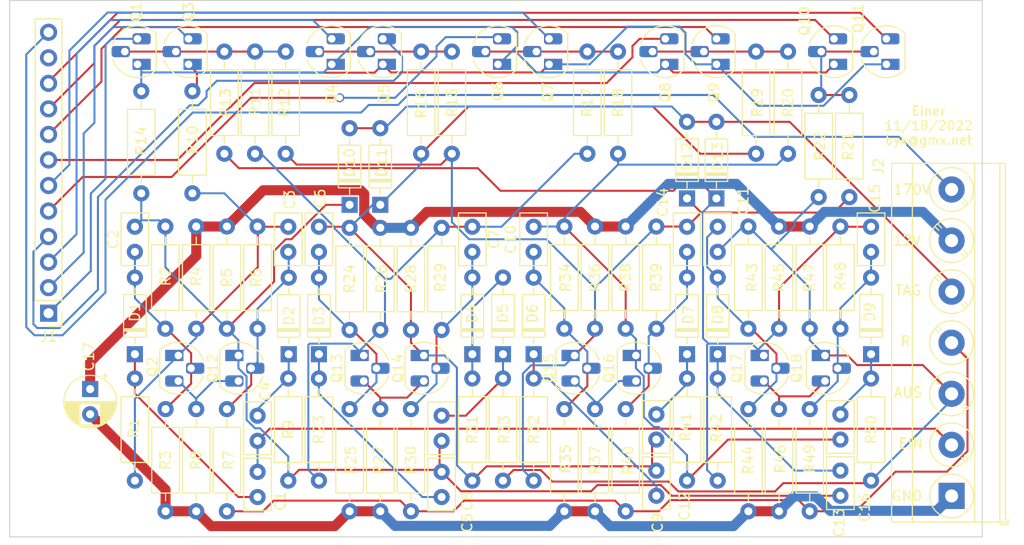
<source format=kicad_pcb>
(kicad_pcb (version 20211014) (generator pcbnew)
  (title_block (title "Charlie Nixie") (date "2019-05-27") (rev "1.1") (company "None") (comment 1 "Author: byk@gmx.net"))
  (layers (0 "F.Cu" signal) (31 "B.Cu" signal) (34 "B.Paste" user) (35 "F.Paste" user) (36 "B.SilkS" user "B.Silkscreen") (37 "F.SilkS" user "F.Silkscreen") (38 "B.Mask" user) (39 "F.Mask" user) (44 "Edge.Cuts" user))
  (net 0 "")
  (net 1 "Net-(C1-Pad1)")
  (net 2 "/dig0")
  (net 3 "HT")
  (net 4 "/dig1")
  (net 5 "/dig2")
  (net 6 "/dig3")
  (net 7 "/dig4")
  (net 8 "/dig5")
  (net 9 "/dig6")
  (net 10 "/dig7")
  (net 11 "/dig8")
  (net 12 "/dig9")
  (net 13 "/dp")
  (net 14 "/Eingang")
  (net 15 "Net-(C13-Pad2)")
  (net 16 "Net-(C2-Pad2)")
  (net 17 "Net-(C3-Pad1)")
  (net 18 "Net-(C3-Pad2)")
  (net 19 "Net-(Q1-Pad2)")
  (net 20 "Net-(Q11-Pad1)")
  (net 21 "Net-(Q4-Pad2)")
  (net 22 "Net-(Q6-Pad2)")
  (net 23 "Net-(Q8-Pad2)")
  (net 24 "Net-(C4-Pad1)")
  (net 25 "GND")
  (net 26 "+12V")
  (net 27 "/R")
  (net 28 "Net-(C5-Pad1)")
  (net 29 "Net-(C6-Pad2)")
  (net 30 "Net-(C7-Pad1)")
  (net 31 "Net-(C7-Pad2)")
  (net 32 "Net-(C8-Pad1)")
  (net 33 "Net-(D4-Pad1)")
  (net 34 "Net-(Q13-Pad3)")
  (net 35 "Net-(C9-Pad1)")
  (net 36 "Net-(C10-Pad2)")
  (net 37 "Net-(C11-Pad2)")
  (net 38 "Net-(C12-Pad1)")
  (net 39 "Net-(Q15-Pad3)")
  (net 40 "Net-(C13-Pad1)")
  (net 41 "/Ausgang")
  (net 42 "Net-(C14-Pad2)")
  (net 43 "Net-(C15-Pad2)")
  (net 44 "Net-(C16-Pad1)")
  (net 45 "Net-(Q17-Pad3)")
  (net 46 "Net-(C12-Pad2)")
  (net 47 "Net-(C10-Pad1)")
  (net 48 "Net-(C11-Pad1)")
  (net 49 "Net-(C15-Pad1)")
  (net 50 "Net-(Q1-Pad1)")
  (net 51 "Net-(Q12-Pad3)")
  (net 52 "Net-(Q10-Pad2)")
  (net 53 "/Tag")
  (footprint "Diode_THT:D_DO-35_SOD27_P7.62mm_Horizontal" (layer "F.Cu") (at 226.594 98.906 90)
    (fp_text reference "D12")
    (fp_text value "1N4148")
  )
  (footprint "Diode_THT:D_DO-35_SOD27_P7.62mm_Horizontal" (layer "F.Cu") (at 226.594 114.4 90)
    (fp_text reference "D7")
    (fp_text value "1N4148")
  )
  (footprint "Resistor_THT:R_Axial_DIN0207_L6.3mm_D2.5mm_P10.16mm_Horizontal" (layer "F.Cu") (at 238.786 101.7 -90)
    (fp_text reference "R47")
    (fp_text value "680")
  )
  (footprint "TerminalBlock_Phoenix:TerminalBlock_Phoenix_MKDS-3-7-5.08_1x07_P5.08mm_Horizontal" (layer "F.Cu") (at 252.883 128.497 90)
    (fp_text reference "J2")
    (fp_text value "Conn_01x07")
  )
  (footprint "Package_TO_SOT_THT:TO-92_HandSolder" (layer "F.Cu") (at 234.214 114.527 -90)
    (fp_text reference "Q17")
    (fp_text value "BC547")
  )
  (footprint "Resistor_THT:R_Axial_DIN0207_L6.3mm_D2.5mm_P10.16mm_Horizontal" (layer "F.Cu") (at 174.778 119.861 -90)
    (fp_text reference "R3")
    (fp_text value "4k7")
  )
  (footprint "Package_TO_SOT_THT:TO-92_HandSolder" (layer "F.Cu") (at 182.017 114.527 -90)
    (fp_text reference "Q12")
    (fp_text value "BC547")
  )
  (footprint "Resistor_THT:R_Axial_DIN0207_L6.3mm_D2.5mm_P10.16mm_Horizontal" (layer "F.Cu") (at 180.874 101.7 -90)
    (fp_text reference "R5")
    (fp_text value "680")
  )
  (footprint "Capacitor_THT:C_Disc_D5.0mm_W2.5mm_P2.50mm" (layer "F.Cu") (at 202.21 120.516 -90)
    (fp_text reference "C8")
    (fp_text value "1n")
  )
  (footprint "Capacitor_THT:C_Disc_D5.0mm_W2.5mm_P2.50mm" (layer "F.Cu") (at 241.834 120.389 -90)
    (fp_text reference "C16")
    (fp_text value "1n")
  )
  (footprint "Package_TO_SOT_THT:TO-92_HandSolder" (layer "F.Cu") (at 229.527 85.571 90)
    (fp_text reference "Q9")
    (fp_text value "MPSA42")
  )
  (footprint "Diode_THT:D_DO-35_SOD27_P7.62mm_Horizontal" (layer "F.Cu") (at 211.354 114.4 90)
    (fp_text reference "D6")
    (fp_text value "1N4148")
  )
  (footprint "Resistor_THT:R_Axial_DIN0207_L6.3mm_D2.5mm_P10.16mm_Horizontal" (layer "F.Cu") (at 217.45 119.861 -90)
    (fp_text reference "R37")
    (fp_text value "180")
  )
  (footprint "Diode_THT:D_DO-35_SOD27_P7.62mm_Horizontal" (layer "F.Cu") (at 205.258 114.4 90)
    (fp_text reference "D4")
    (fp_text value "1N4148")
  )
  (footprint "Resistor_THT:R_Axial_DIN0207_L6.3mm_D2.5mm_P10.16mm_Horizontal" (layer "F.Cu") (at 177.826 119.861 -90)
    (fp_text reference "R8")
    (fp_text value "180")
  )
  (footprint "Package_TO_SOT_THT:TO-92_HandSolder" (layer "F.Cu") (at 246.406 85.571 90)
    (fp_text reference "Q11")
    (fp_text value "MPSA42")
  )
  (footprint "Package_TO_SOT_THT:TO-92_HandSolder" (layer "F.Cu") (at 224.435 85.571 90)
    (fp_text reference "Q8")
    (fp_text value "MPSA42")
  )
  (footprint "Resistor_THT:R_Axial_DIN0207_L6.3mm_D2.5mm_P10.16mm_Horizontal" (layer "F.Cu") (at 177.445 88.238 -90)
    (fp_text reference "R10")
    (fp_text value "3k9")
  )
  (footprint "Resistor_THT:R_Axial_DIN0207_L6.3mm_D2.5mm_P10.16mm_Horizontal" (layer "F.Cu") (at 239.675 88.619 -90)
    (fp_text reference "R22")
    (fp_text value "33k")
  )
  (footprint "Resistor_THT:R_Axial_DIN0207_L6.3mm_D2.5mm_P10.16mm_Horizontal" (layer "F.Cu") (at 241.834 101.7 -90)
    (fp_text reference "R48")
    (fp_text value "4k7")
  )
  (footprint "Diode_THT:D_DO-35_SOD27_P7.62mm_Horizontal" (layer "F.Cu") (at 190.018 114.4 90)
    (fp_text reference "D3")
    (fp_text value "1N4148")
  )
  (footprint "Resistor_THT:R_Axial_DIN0207_L6.3mm_D2.5mm_P10.16mm_Horizontal" (layer "F.Cu") (at 235.738 119.861 -90)
    (fp_text reference "R46")
    (fp_text value "180")
  )
  (footprint "Resistor_THT:R_Axial_DIN0207_L6.3mm_D2.5mm_P10.16mm_Horizontal" (layer "F.Cu") (at 183.922 101.7 -90)
    (fp_text reference "R6")
    (fp_text value "4k7")
  )
  (footprint "Diode_THT:D_DO-35_SOD27_P7.62mm_Horizontal" (layer "F.Cu") (at 196.114 99.541 90)
    (fp_text reference "D11")
    (fp_text value "1N4148")
  )
  (footprint "Resistor_THT:R_Axial_DIN0207_L6.3mm_D2.5mm_P10.16mm_Horizontal" (layer "F.Cu") (at 202.21 101.827 -90)
    (fp_text reference "R29")
    (fp_text value "4k7")
  )
  (footprint "Package_TO_SOT_THT:TO-92_HandSolder" (layer "F.Cu") (at 241.199 85.571 90)
    (fp_text reference "Q10")
    (fp_text value "MPSA42")
  )
  (footprint "Capacitor_THT:C_Disc_D5.0mm_W2.5mm_P2.50mm" (layer "F.Cu") (at 183.922 120.516 -90)
    (fp_text reference "C4")
    (fp_text value "1n")
  )
  (footprint "Diode_THT:D_DO-35_SOD27_P7.62mm_Horizontal" (layer "F.Cu") (at 187.015 114.4 90)
    (fp_text reference "D2")
    (fp_text value "1N4148")
  )
  (footprint "Diode_THT:D_DO-35_SOD27_P7.62mm_Horizontal" (layer "F.Cu") (at 193.066 99.541 90)
    (fp_text reference "D10")
    (fp_text value "1N4148")
  )
  (footprint "Capacitor_THT:C_Disc_D5.0mm_W2.5mm_P2.50mm" (layer "F.Cu") (at 226.594 101.72 -90)
    (fp_text reference "C11")
    (fp_text value "220p")
  )
  (footprint "Diode_THT:D_DO-35_SOD27_P7.62mm_Horizontal" (layer "F.Cu") (at 229.642 114.4 90)
    (fp_text reference "D8")
    (fp_text value "1N4148")
  )
  (footprint "Diode_THT:D_DO-35_SOD27_P7.62mm_Horizontal" (layer "F.Cu") (at 171.73 114.4 90)
    (fp_text reference "D1")
    (fp_text value "1N4148")
  )
  (footprint "Capacitor_THT:C_Disc_D5.0mm_W2.5mm_P2.50mm" (layer "F.Cu") (at 241.834 125.977 -90)
    (fp_text reference "C13")
    (fp_text value "1n")
  )
  (footprint "Capacitor_THT:C_Disc_D5.0mm_W2.5mm_P2.50mm" (layer "F.Cu") (at 186.97 101.72 -90)
    (fp_text reference "C3")
    (fp_text value "220p")
  )
  (footprint "Package_TO_SOT_THT:TO-92_HandSolder" (layer "F.Cu") (at 196.368 85.571 90)
    (fp_text reference "Q5")
    (fp_text value "MPSA42")
  )
  (footprint "Resistor_THT:R_Axial_DIN0207_L6.3mm_D2.5mm_P10.16mm_Horizontal" (layer "F.Cu") (at 214.402 119.861 -90)
    (fp_text reference "R35")
    (fp_text value "4k7")
  )
  (footprint "Resistor_THT:R_Axial_DIN0207_L6.3mm_D2.5mm_P10.16mm_Horizontal" (layer "F.Cu") (at 211.354 126.973 90)
    (fp_text reference "R33")
    (fp_text value "4k7")
  )
  (footprint "Resistor_THT:R_Axial_DIN0207_L6.3mm_D2.5mm_P10.16mm_Horizontal" (layer "F.Cu") (at 186.716 84.301 -90)
    (fp_text reference "R12")
    (fp_text value "47k")
  )
  (footprint "Capacitor_THT:C_Disc_D5.0mm_W2.5mm_P2.50mm" (layer "F.Cu") (at 205.258 101.72 -90)
    (fp_text reference "C7")
    (fp_text value "220p")
  )
  (footprint "Resistor_THT:R_Axial_DIN0207_L6.3mm_D2.5mm_P10.16mm_Horizontal" (layer "F.Cu") (at 190.018 126.973 90)
    (fp_text reference "R23")
    (fp_text value "4k7")
  )
  (footprint "Capacitor_THT:C_Disc_D5.0mm_W2.5mm_P2.50mm" (layer "F.Cu") (at 244.882 101.72 -90)
    (fp_text reference "C15")
    (fp_text value "220p")
  )
  (footprint "Resistor_THT:R_Axial_DIN0207_L6.3mm_D2.5mm_P10.16mm_Horizontal" (layer "F.Cu") (at 180.62 84.301 -90)
    (fp_text reference "R13")
    (fp_text value "47k")
  )
  (footprint "Resistor_THT:R_Axial_DIN0207_L6.3mm_D2.5mm_P10.16mm_Horizontal" (layer "F.Cu") (at 235.738 101.7 -90)
    (fp_text reference "R45")
    (fp_text value "680")
  )
  (footprint "Diode_THT:D_DO-35_SOD27_P7.62mm_Horizontal" (layer "F.Cu") (at 208.306 114.4 90)
    (fp_text reference "D5")
    (fp_text value "1N4148")
  )
  (footprint "Resistor_THT:R_Axial_DIN0207_L6.3mm_D2.5mm_P10.16mm_Horizontal" (layer "F.Cu") (at 205.258 126.973 90)
    (fp_text reference "R31")
    (fp_text value "4k7")
  )
  (footprint "Resistor_THT:R_Axial_DIN0207_L6.3mm_D2.5mm_P10.16mm_Horizontal" (layer "F.Cu") (at 220.498 119.861 -90)
    (fp_text reference "R40")
    (fp_text value "4k7")
  )
  (footprint "Resistor_THT:R_Axial_DIN0207_L6.3mm_D2.5mm_P10.16mm_Horizontal" (layer "F.Cu") (at 193.066 101.827 -90)
    (fp_text reference "R24")
    (fp_text value "4k7")
  )
  (footprint "Resistor_THT:R_Axial_DIN0207_L6.3mm_D2.5mm_P10.16mm_Horizontal" (layer "F.Cu") (at 226.594 126.973 90)
    (fp_text reference "R41")
    (fp_text value "4k7")
  )
  (footprint "Capacitor_THT:C_Disc_D5.0mm_W2.5mm_P2.50mm" (layer "F.Cu") (at 202.21 128.604 90)
    (fp_text reference "C5")
    (fp_text value "1n")
  )
  (footprint "Resistor_THT:R_Axial_DIN0207_L6.3mm_D2.5mm_P10.16mm_Horizontal" (layer "F.Cu") (at 203.226 84.301 -90)
    (fp_text reference "R15")
    (fp_text value "33k")
  )
  (footprint "Resistor_THT:R_Axial_DIN0207_L6.3mm_D2.5mm_P10.16mm_Horizontal" (layer "F.Cu") (at 232.69 101.7 -90)
    (fp_text reference "R43")
    (fp_text value "4k7")
  )
  (footprint "Resistor_THT:R_Axial_DIN0207_L6.3mm_D2.5mm_P10.16mm_Horizontal" (layer "F.Cu") (at 220.498 101.7 -90)
    (fp_text reference "R38")
    (fp_text value "680")
  )
  (footprint "Capacitor_THT:C_Disc_D5.0mm_W2.5mm_P2.50mm" (layer "F.Cu") (at 223.546 120.389 -90)
    (fp_text reference "C12")
    (fp_text value "1n")
  )
  (footprint "Resistor_THT:R_Axial_DIN0207_L6.3mm_D2.5mm_P10.16mm_Horizontal" (layer "F.Cu") (at 174.757 101.7 -90)
    (fp_text reference "R2")
    (fp_text value "4k7")
  )
  (footprint "Capacitor_THT:C_Disc_D5.0mm_W2.5mm_P2.50mm" (layer "F.Cu") (at 229.642 104.22 90)
    (fp_text reference "C14")
    (fp_text value "220p")
  )
  (footprint "Package_TO_SOT_THT:TO-92_HandSolder" (layer "F.Cu") (at 200.432 114.527 -90)
    (fp_text reference "Q14")
    (fp_text value "BC547")
  )
  (footprint "Package_TO_SOT_THT:TO-92_HandSolder" (layer "F.Cu") (at 215.418 114.527 -90)
    (fp_text reference "Q15")
    (fp_text value "BC547")
  )
  (footprint "Capacitor_THT:C_Disc_D5.0mm_W2.5mm_P2.50mm" (layer "F.Cu") (at 171.73 101.72 -90)
    (fp_text reference "C2")
    (fp_text value "220p")
  )
  (footprint "Capacitor_THT:C_Disc_D5.0mm_W2.5mm_P2.50mm" (layer "F.Cu") (at 183.922 128.604 90)
    (fp_text reference "C1")
    (fp_text value "1n")
  )
  (footprint "Package_TO_SOT_THT:TO-92_HandSolder" (layer "F.Cu") (at 191.288 85.571 90)
    (fp_text reference "Q4")
    (fp_text value "MPSA42")
  )
  (footprint "Package_TO_SOT_THT:TO-92_HandSolder" (layer "F.Cu") (at 176.048 114.527 -90)
    (fp_text reference "Q2")
    (fp_text value "BC547")
  )
  (footprint "Resistor_THT:R_Axial_DIN0207_L6.3mm_D2.5mm_P10.16mm_Horizontal" (layer "F.Cu") (at 199.162 119.861 -90)
    (fp_text reference "R30")
    (fp_text value "4k7")
  )
  (footprint "Resistor_THT:R_Axial_DIN0207_L6.3mm_D2.5mm_P10.16mm_Horizontal" (layer "F.Cu") (at 236.627 84.301 -90)
    (fp_text reference "R20")
    (fp_text value "33k")
  )
  (footprint "Resistor_THT:R_Axial_DIN0207_L6.3mm_D2.5mm_P10.16mm_Horizontal" (layer "F.Cu") (at 244.882 126.973 90)
    (fp_text reference "R50")
    (fp_text value "4k7")
  )
  (footprint "MountingHole:MountingHole_3.2mm_M3" (layer "F.Cu") (at 163.475 128.37)
    (fp_text reference "H1" hide)
    (fp_text value "MountingHole")
  )
  (footprint "Resistor_THT:R_Axial_DIN0207_L6.3mm_D2.5mm_P10.16mm_Horizontal" (layer "F.Cu") (at 172.365 88.238 -90)
    (fp_text reference "R14")
    (fp_text value "3k9")
  )
  (footprint "Package_TO_SOT_THT:TO-92_HandSolder" (layer "F.Cu") (at 221.514 114.527 -90)
    (fp_text reference "Q16")
    (fp_text value "BC547")
  )
  (footprint "Package_TO_SOT_THT:TO-92_HandSolder" (layer "F.Cu") (at 194.463 114.527 -90)
    (fp_text reference "Q13")
    (fp_text value "BC547")
  )
  (footprint "Resistor_THT:R_Axial_DIN0207_L6.3mm_D2.5mm_P10.16mm_Horizontal" (layer "F.Cu") (at 186.97 126.973 90)
    (fp_text reference "R9")
    (fp_text value "4k7")
  )
  (footprint "Resistor_THT:R_Axial_DIN0207_L6.3mm_D2.5mm_P10.16mm_Horizontal" (layer "F.Cu") (at 180.874 119.861 -90)
    (fp_text reference "R7")
    (fp_text value "4k7")
  )
  (footprint "Resistor_THT:R_Axial_DIN0207_L6.3mm_D2.5mm_P10.16mm_Horizontal" (layer "F.Cu") (at 196.114 119.861 -90)
    (fp_text reference "R27")
    (fp_text value "180")
  )
  (footprint "Capacitor_THT:C_Disc_D5.0mm_W2.5mm_P2.50mm" (layer "F.Cu") (at 190.018 101.72 -90)
    (fp_text reference "C6")
    (fp_text value "220p")
  )
  (footprint "Capacitor_THT:C_Disc_D5.0mm_W2.5mm_P2.50mm" (layer "F.Cu") (at 223.546 128.477 90)
    (fp_text reference "C9")
    (fp_text value "1n")
  )
  (footprint "Resistor_THT:R_Axial_DIN0207_L6.3mm_D2.5mm_P10.16mm_Horizontal" (layer "F.Cu") (at 208.306 116.813 -90)
    (fp_text reference "R32")
    (fp_text value "4k7")
  )
  (footprint "Resistor_THT:R_Axial_DIN0207_L6.3mm_D2.5mm_P10.16mm_Horizontal" (layer "F.Cu") (at 171.73 126.973 90)
    (fp_text reference "R1")
    (fp_text value "4k7")
  )
  (footprint "Resistor_THT:R_Axial_DIN0207_L6.3mm_D2.5mm_P10.16mm_Horizontal" (layer "F.Cu") (at 193.066 119.861 -90)
    (fp_text reference "R25")
    (fp_text value "4k7")
  )
  (footprint "Package_TO_SOT_THT:TO-92_HandSolder" (layer "F.Cu") (at 207.81 85.571 90)
    (fp_text reference "Q6")
    (fp_text value "MPSA42")
  )
  (footprint "Resistor_THT:R_Axial_DIN0207_L6.3mm_D2.5mm_P10.16mm_Horizontal" (layer "F.Cu") (at 199.162 101.827 -90)
    (fp_text reference "R28")
    (fp_text value "680")
  )
  (footprint "Resistor_THT:R_Axial_DIN0207_L6.3mm_D2.5mm_P10.16mm_Horizontal" (layer "F.Cu") (at 232.69 119.861 -90)
    (fp_text reference "R44")
    (fp_text value "4k7")
  )
  (footprint "Resistor_THT:R_Axial_DIN0207_L6.3mm_D2.5mm_P10.16mm_Horizontal" (layer "F.Cu") (at 217.45 101.7 -90)
    (fp_text reference "R36")
    (fp_text value "680")
  )
  (footprint "Resistor_THT:R_Axial_DIN0207_L6.3mm_D2.5mm_P10.16mm_Horizontal" (layer "F.Cu") (at 183.668 84.301 -90)
    (fp_text reference "R11")
    (fp_text value "47k")
  )
  (footprint "Resistor_THT:R_Axial_DIN0207_L6.3mm_D2.5mm_P10.16mm_Horizontal" (layer "F.Cu") (at 196.114 101.827 -90)
    (fp_text reference "R26")
    (fp_text value "680")
  )
  (footprint "Resistor_THT:R_Axial_DIN0207_L6.3mm_D2.5mm_P10.16mm_Horizontal" (layer "F.Cu") (at 242.723 88.619 -90)
    (fp_text reference "R21")
    (fp_text value "33k")
  )
  (footprint "Capacitor_THT:CP_Radial_D5.0mm_P2.50mm" (layer "F.Cu") (at 167.285 117.869 -90)
    (fp_text reference "C17")
    (fp_text value "10u")
  )
  (footprint "Resistor_THT:R_Axial_DIN0207_L6.3mm_D2.5mm_P10.16mm_Horizontal" (layer "F.Cu") (at 200.178 84.301 -90)
    (fp_text reference "R16")
    (fp_text value "33k")
  )
  (footprint "Resistor_THT:R_Axial_DIN0207_L6.3mm_D2.5mm_P10.16mm_Horizontal" (layer "F.Cu") (at 223.546 101.7 -90)
    (fp_text reference "R39")
    (fp_text value "4k7")
  )
  (footprint "Resistor_THT:R_Axial_DIN0207_L6.3mm_D2.5mm_P10.16mm_Horizontal" (layer "F.Cu") (at 214.402 101.7 -90)
    (fp_text reference "R34")
    (fp_text value "4k7")
  )
  (footprint "Resistor_THT:R_Axial_DIN0207_L6.3mm_D2.5mm_P10.16mm_Horizontal" (layer "F.Cu") (at 238.786 119.861 -90)
    (fp_text reference "R49")
    (fp_text value "4k7")
  )
  (footprint "Package_TO_SOT_THT:TO-92_HandSolder" (layer "F.Cu") (at 171.996 85.571 90)
    (fp_text reference "Q1")
    (fp_text value "MPSA42")
  )
  (footprint "Package_TO_SOT_THT:TO-92_HandSolder" (layer "F.Cu") (at 240.298 114.527 -90)
    (fp_text reference "Q18")
    (fp_text value "BC547")
  )
  (footprint "Diode_THT:D_DO-35_SOD27_P7.62mm_Horizontal" (layer "F.Cu") (at 229.515 98.906 90)
    (fp_text reference "D13")
    (fp_text value "1N4148")
  )
  (footprint "Package_TO_SOT_THT:TO-92_HandSolder" (layer "F.Cu") (at 177.064 85.571 90)
    (fp_text reference "Q3")
    (fp_text value "MPSA42")
  )
  (footprint "Resistor_THT:R_Axial_DIN0207_L6.3mm_D2.5mm_P10.16mm_Horizontal" (layer "F.Cu") (at 177.826 101.7 -90)
    (fp_text reference "R4")
    (fp_text value "680")
  )
  (footprint "Resistor_THT:R_Axial_DIN0207_L6.3mm_D2.5mm_P10.16mm_Horizontal" (layer "F.Cu") (at 216.688 84.301 -90)
    (fp_text reference "R17")
    (fp_text value "33k")
  )
  (footprint "MountingHole:MountingHole_3.2mm_M3" (layer "F.Cu") (at 252.121 83.031)
    (fp_text reference "H2" hide)
    (fp_text value "MountingHole")
  )
  (footprint "Resistor_THT:R_Axial_DIN0207_L6.3mm_D2.5mm_P10.16mm_Horizontal" (layer "F.Cu") (at 219.736 84.301 -90)
    (fp_text reference "R18")
    (fp_text value "33k")
  )
  (footprint "MountingHole:MountingHole_3.2mm_M3" (layer "F.Cu") (at 209.703 93.953)
    (fp_text reference "H3" hide)
    (fp_text value "MountingHole")
  )
  (footprint "Connector_PinHeader_2.54mm:PinHeader_1x12_P2.54mm_Vertical" (layer "F.Cu") (at 163.151 110.321 180)
    (fp_text reference "J1")
    (fp_text value "Conn_01x12")
  )
  (footprint "Resistor_THT:R_Axial_DIN0207_L6.3mm_D2.5mm_P10.16mm_Horizontal" (layer "F.Cu") (at 233.452 84.301 -90)
    (fp_text reference "R19")
    (fp_text value "33k")
  )
  (footprint "Package_TO_SOT_THT:TO-92_HandSolder" (layer "F.Cu") (at 212.89 85.571 90)
    (fp_text reference "Q7")
    (fp_text value "MPSA42")
  )
  (footprint "Diode_THT:D_DO-35_SOD27_P7.62mm_Horizontal" (layer "F.Cu") (at 244.882 114.4 90)
    (fp_text reference "D9")
    (fp_text value "1N4148")
  )
  (footprint "Capacitor_THT:C_Disc_D5.0mm_W2.5mm_P2.50mm" (layer "F.Cu") (at 211.354 101.72 -90)
    (fp_text reference "C10")
    (fp_text value "220p")
  )
  (footprint "Resistor_THT:R_Axial_DIN0207_L6.3mm_D2.5mm_P10.16mm_Horizontal" (layer "F.Cu") (at 229.642 126.973 90)
    (fp_text reference "R42")
    (fp_text value "4k7")
  )
  (gr_line (start 159.284 132.561) (end 159.284 79.221) (layer "Edge.Cuts") (width 0.1))
  (gr_line (start 159.284 79.221) (end 255.931 79.221) (layer "Edge.Cuts") (width 0.1))
  (gr_line (start 255.931 79.221) (end 255.931 132.561) (layer "Edge.Cuts") (width 0.1))
  (gr_line (start 159.284 132.561) (end 255.931 132.561) (layer "Edge.Cuts") (width 0.1))
  (gr_text "170V" (at 248.946 98.017) (layer "F.SilkS") (effects (font (size 1 1))))
  (gr_text "R" (at 248.311 113.13) (layer "F.SilkS") (effects (font (size 1 1))))
  (gr_text "GND" (at 248.438 128.497) (layer "F.SilkS") (effects (font (size 1 1))))
  (gr_text "AUS" (at 248.565 118.21) (layer "F.SilkS") (effects (font (size 1 1))))
  (gr_text "Einer\n11/18/2022\nbyk@gmx.net" (at 250.597 91.667) (layer "F.SilkS") (effects (font (size 0.9 0.9))))
  (gr_text "EIN" (at 248.819 123.29) (layer "F.SilkS") (effects (font (size 1 1))))
  (gr_text "12V" (at 248.438 103.097) (layer "F.SilkS") (effects (font (size 1 1))))
  (gr_text "TAG" (at 248.565 108.05) (layer "F.SilkS") (effects (font (size 1 1))))
  (segment (start 171.73 116.813) (end 171.73 114.4) (width 0.2) (layer "F.Cu") (net 1))
  (segment (start 182.0082 128.604) (end 171.73 118.3258) (width 0.2) (layer "F.Cu") (net 1))
  (segment (start 171.73 118.3258) (end 171.73 116.813) (width 0.2) (layer "F.Cu") (net 1))
  (segment (start 183.922 128.604) (end 182.0082 128.604) (width 0.2) (layer "F.Cu") (net 1))
  (segment (start 167.3498 106.1222) (end 163.151 110.321) (width 0.2) (layer "B.Cu") (net 2))
  (segment (start 168.8165 96.9498) (end 167.3498 98.4165) (width 0.2) (layer "B.Cu") (net 2))
  (segment (start 169.402 83.031) (end 168.8165 83.6165) (width 0.2) (layer "B.Cu") (net 2))
  (segment (start 167.3498 98.4165) (end 167.3498 106.1222) (width 0.2) (layer "B.Cu") (net 2))
  (segment (start 168.8165 83.6165) (end 168.8165 96.9498) (width 0.2) (layer "B.Cu") (net 2))
  (segment (start 171.996 83.031) (end 169.402 83.031) (width 0.2) (layer "B.Cu") (net 2))
  (segment (start 163.151 82.381) (end 160.9364 84.5956) (width 0.2) (layer "B.Cu") (net 3))
  (segment (start 161.7529 112.5196) (end 164.5365 112.5196) (width 0.2) (layer "B.Cu") (net 3))
  (segment (start 168.809 108.2471) (end 168.809 99.033) (width 0.2) (layer "B.Cu") (net 3))
  (segment (start 229.1779 88.619) (end 233.3367 92.7778) (width 0.2) (layer "B.Cu") (net 3))
  (segment (start 160.9364 84.5956) (end 160.9364 111.7031) (width 0.2) (layer "B.Cu") (net 3))
  (segment (start 194.2138 90.3633) (end 194.9713 89.6058) (width 0.2) (layer "B.Cu") (net 3))
  (segment (start 160.9364 111.7031) (end 161.7529 112.5196) (width 0.2) (layer "B.Cu") (net 3))
  (segment (start 233.3367 92.7778) (end 247.6438 92.7778) (width 0.2) (layer "B.Cu") (net 3))
  (segment (start 194.9713 89.6058) (end 197.880164 89.6058) (width 0.2) (layer "B.Cu") (net 3))
  (segment (start 198.866964 88.619) (end 229.1779 88.619) (width 0.2) (layer "B.Cu") (net 3))
  (segment (start 164.5365 112.5196) (end 168.809 108.2471) (width 0.2) (layer "B.Cu") (net 3))
  (segment (start 247.6438 92.7778) (end 252.883 98.017) (width 0.2) (layer "B.Cu") (net 3))
  (segment (start 177.4787 90.3633) (end 194.2138 90.3633) (width 0.2) (layer "B.Cu") (net 3))
  (segment (start 197.880164 89.6058) (end 198.866964 88.619) (width 0.2) (layer "B.Cu") (net 3))
  (segment (start 168.809 99.033) (end 177.4787 90.3633) (width 0.2) (layer "B.Cu") (net 3))
  (segment (start 166.6415 104.2905) (end 163.151 107.781) (width 0.2) (layer "B.Cu") (net 4))
  (segment (start 167.7121 91.3782) (end 166.6415 92.4488) (width 0.2) (layer "B.Cu") (net 4))
  (segment (start 169.5617 81.8694) (end 167.7121 83.719) (width 0.2) (layer "B.Cu") (net 4))
  (segment (start 175.9024 81.8694) (end 169.5617 81.8694) (width 0.2) (layer "B.Cu") (net 4))
  (segment (start 167.7121 83.719) (end 167.7121 91.3782) (width 0.2) (layer "B.Cu") (net 4))
  (segment (start 177.064 83.031) (end 175.9024 81.8694) (width 0.2) (layer "B.Cu") (net 4))
  (segment (start 166.6415 92.4488) (end 166.6415 104.2905) (width 0.2) (layer "B.Cu") (net 4))
  (segment (start 165.9332 102.4588) (end 165.9332 84.4963) (width 0.2) (layer "B.Cu") (net 5))
  (segment (start 169.2684 81.1611) (end 189.4181 81.1611) (width 0.2) (layer "B.Cu") (net 5))
  (segment (start 189.4181 81.1611) (end 191.288 83.031) (width 0.2) (layer "B.Cu") (net 5))
  (segment (start 165.9332 84.4963) (end 169.2684 81.1611) (width 0.2) (layer "B.Cu") (net 5))
  (segment (start 163.151 105.241) (end 165.9332 102.4588) (width 0.2) (layer "B.Cu") (net 5))
  (segment (start 179.8766 87.2034) (end 178.853 88.227) (width 0.2) (layer "B.Cu") (net 6))
  (segment (start 161.6448 111.4096) (end 161.6448 104.2072) (width 0.2) (layer "B.Cu") (net 6))
  (segment (start 168.0578 98.7682) (end 168.0578 107.9823) (width 0.2) (layer "B.Cu") (net 6))
  (segment (start 177.18 89.646) (end 168.0578 98.7682) (width 0.2) (layer "B.Cu") (net 6))
  (segment (start 196.5405 83.031) (end 198.2764 84.7669) (width 0.2) (layer "B.Cu") (net 6))
  (segment (start 196.368 83.031) (end 196.5405 83.031) (width 0.2) (layer "B.Cu") (net 6))
  (segment (start 178.853 88.821213) (end 178.028213 89.646) (width 0.2) (layer "B.Cu") (net 6))
  (segment (start 198.2764 84.7669) (end 198.2764 86.3768) (width 0.2) (layer "B.Cu") (net 6))
  (segment (start 178.028213 89.646) (end 177.18 89.646) (width 0.2) (layer "B.Cu") (net 6))
  (segment (start 198.2764 86.3768) (end 197.4498 87.2034) (width 0.2) (layer "B.Cu") (net 6))
  (segment (start 168.0578 107.9823) (end 164.2448 111.7953) (width 0.2) (layer "B.Cu") (net 6))
  (segment (start 162.0305 111.7953) (end 161.6448 111.4096) (width 0.2) (layer "B.Cu") (net 6))
  (segment (start 161.6448 104.2072) (end 163.151 102.701) (width 0.2) (layer "B.Cu") (net 6))
  (segment (start 178.853 88.227) (end 178.853 88.821213) (width 0.2) (layer "B.Cu") (net 6))
  (segment (start 197.4498 87.2034) (end 179.8766 87.2034) (width 0.2) (layer "B.Cu") (net 6))
  (segment (start 164.2448 111.7953) (end 162.0305 111.7953) (width 0.2) (layer "B.Cu") (net 6))
  (segment (start 175.3852 96.7739) (end 166.5381 96.7739) (width 0.2) (layer "F.Cu") (net 7))
  (segment (start 166.5381 96.7739) (end 163.151 100.161) (width 0.2) (layer "F.Cu") (net 7))
  (segment (start 183.2613 88.8978) (end 175.3852 96.7739) (width 0.2) (layer "F.Cu") (net 7))
  (segment (start 192.0859 88.8978) (end 183.2613 88.8978) (width 0.2) (layer "F.Cu") (net 7))
  (via (at 192.0859 88.8978) (size 0.889) (drill 0.635) (layers "F.Cu" "B.Cu") (net 7))
  (segment (start 197.5869 88.8978) (end 192.0859 88.8978) (width 0.2) (layer "B.Cu") (net 7))
  (segment (start 207.6424 82.8634) (end 202.6167 82.8634) (width 0.2) (layer "B.Cu") (net 7))
  (segment (start 201.702 84.7827) (end 197.5869 88.8978) (width 0.2) (layer "B.Cu") (net 7))
  (segment (start 201.702 83.7781) (end 201.702 84.7827) (width 0.2) (layer "B.Cu") (net 7))
  (segment (start 207.81 83.031) (end 207.6424 82.8634) (width 0.2) (layer "B.Cu") (net 7))
  (segment (start 202.6167 82.8634) (end 201.702 83.7781) (width 0.2) (layer "B.Cu") (net 7))
  (segment (start 165.2248 84.2028) (end 165.2248 95.5472) (width 0.2) (layer "B.Cu") (net 8))
  (segment (start 165.2248 95.5472) (end 163.151 97.621) (width 0.2) (layer "B.Cu") (net 8))
  (segment (start 212.89 83.031) (end 210.2753 80.4163) (width 0.2) (layer "B.Cu") (net 8))
  (segment (start 169.0113 80.4163) (end 165.2248 84.2028) (width 0.2) (layer "B.Cu") (net 8))
  (segment (start 210.2753 80.4163) (end 169.0113 80.4163) (width 0.2) (layer "B.Cu") (net 8))
  (segment (start 218.6031 87.4324) (end 183.6 87.4324) (width 0.2) (layer "F.Cu") (net 9))
  (segment (start 224.435 83.031) (end 221.8834 83.031) (width 0.2) (layer "F.Cu") (net 9))
  (segment (start 221.171 83.7434) (end 221.171 84.8645) (width 0.2) (layer "F.Cu") (net 9))
  (segment (start 183.6 87.4324) (end 175.9514 95.081) (width 0.2) (layer "F.Cu") (net 9))
  (segment (start 221.171 84.8645) (end 218.6031 87.4324) (width 0.2) (layer "F.Cu") (net 9))
  (segment (start 221.8834 83.031) (end 221.171 83.7434) (width 0.2) (layer "F.Cu") (net 9))
  (segment (start 175.9514 95.081) (end 163.151 95.081) (width 0.2) (layer "F.Cu") (net 9))
  (segment (start 168.4071 87.2849) (end 163.151 92.541) (width 0.2) (layer "F.Cu") (net 10))
  (segment (start 229.527 83.031) (end 228.3564 81.8604) (width 0.2) (layer "F.Cu") (net 10))
  (segment (start 170.5789 81.8604) (end 168.4071 84.0322) (width 0.2) (layer "F.Cu") (net 10))
  (segment (start 168.4071 84.0322) (end 168.4071 87.2849) (width 0.2) (layer "F.Cu") (net 10))
  (segment (start 228.3564 81.8604) (end 170.5789 81.8604) (width 0.2) (layer "F.Cu") (net 10))
  (segment (start 239.3201 81.1521) (end 170.2856 81.1521) (width 0.2) (layer "F.Cu") (net 11))
  (segment (start 167.6988 83.7389) (end 167.6988 85.4532) (width 0.2) (layer "F.Cu") (net 11))
  (segment (start 241.199 83.031) (end 239.3201 81.1521) (width 0.2) (layer "F.Cu") (net 11))
  (segment (start 167.6988 85.4532) (end 163.151 90.001) (width 0.2) (layer "F.Cu") (net 11))
  (segment (start 170.2856 81.1521) (end 167.6988 83.7389) (width 0.2) (layer "F.Cu") (net 11))
  (segment (start 243.8188 80.4438) (end 169.9923 80.4438) (width 0.2) (layer "F.Cu") (net 12))
  (segment (start 163.151 87.2851) (end 163.151 87.461) (width 0.2) (layer "F.Cu") (net 12))
  (segment (start 246.406 83.031) (end 243.8188 80.4438) (width 0.2) (layer "F.Cu") (net 12))
  (segment (start 169.9923 80.4438) (end 163.151 87.2851) (width 0.2) (layer "F.Cu") (net 12))
  (segment (start 183.922 123.016) (end 185.1269 121.8111) (width 0.2) (layer "F.Cu") (net 14))
  (segment (start 251.2771 121.8111) (end 252.883 123.417) (width 0.2) (layer "F.Cu") (net 14))
  (segment (start 185.1269 121.8111) (end 251.2771 121.8111) (width 0.2) (layer "F.Cu") (net 14))
  (segment (start 183.922 126.104) (end 183.922 123.016) (width 0.2) (layer "B.Cu") (net 14))
  (segment (start 188.0446 125.8984) (end 202.0044 125.8984) (width 0.2) (layer "F.Cu") (net 15))
  (segment (start 185.5599 104.1246) (end 186.7145 102.97) (width 0.2) (layer "F.Cu") (net 15))
  (segment (start 204.1369 128.0309) (end 217.0669 128.0309) (width 0.2) (layer "F.Cu") (net 15))
  (segment (start 185.5599 107.1741) (end 185.5599 104.1246) (width 0.2) (layer "F.Cu") (net 15))
  (segment (start 186.7145 102.97) (end 187.2791 102.97) (width 0.2) (layer "F.Cu") (net 15))
  (segment (start 187.2791 102.97) (end 190.7081 99.541) (width 0.2) (layer "F.Cu") (net 15))
  (segment (start 223.9965 127.4196) (end 225.0539 128.477) (width 0.2) (layer "F.Cu") (net 15))
  (segment (start 217.0669 128.0309) (end 217.6782 127.4196) (width 0.2) (layer "F.Cu") (net 15))
  (segment (start 217.6782 127.4196) (end 223.9965 127.4196) (width 0.2) (layer "F.Cu") (net 15))
  (segment (start 202.21 126.104) (end 204.1369 128.0309) (width 0.2) (layer "F.Cu") (net 15))
  (segment (start 202.0044 125.8984) (end 202.21 126.104) (width 0.2) (layer "F.Cu") (net 15))
  (segment (start 202.0044 123.2216) (end 202.21 123.016) (width 0.2) (layer "F.Cu") (net 15))
  (segment (start 202.0044 125.8984) (end 202.0044 123.2216) (width 0.2) (layer "F.Cu") (net 15))
  (segment (start 190.7081 99.541) (end 193.066 99.541) (width 0.2) (layer "F.Cu") (net 15))
  (segment (start 186.97 126.973) (end 188.0446 125.8984) (width 0.2) (layer "F.Cu") (net 15))
  (segment (start 180.874 111.86) (end 185.5599 107.1741) (width 0.2) (layer "F.Cu") (net 15))
  (segment (start 225.0539 128.477) (end 241.834 128.477) (width 0.2) (layer "F.Cu") (net 15))
  (segment (start 182.017 114.527) (end 182.017 113.003) (width 0.2) (layer "B.Cu") (net 15))
  (segment (start 172.365 101.085) (end 171.73 101.72) (width 0.2) (layer "B.Cu") (net 15))
  (segment (start 184.1608 121.766) (end 183.6653 121.766) (width 0.2) (layer "B.Cu") (net 15))
  (segment (start 183.6653 121.766) (end 182.8268 120.9275) (width 0.2) (layer "B.Cu") (net 15))
  (segment (start 186.97 124.5752) (end 184.1608 121.766) (width 0.2) (layer "B.Cu") (net 15))
  (segment (start 174.142 101.085) (end 174.757 101.7) (width 0.2) (layer "B.Cu") (net 15))
  (segment (start 174.757 105.743) (end 174.757 101.7) (width 0.2) (layer "B.Cu") (net 15))
  (segment (start 172.365 101.085) (end 174.142 101.085) (width 0.2) (layer "B.Cu") (net 15))
  (segment (start 172.365 98.398) (end 172.365 101.085) (width 0.2) (layer "B.Cu") (net 15))
  (segment (start 182.8268 120.9275) (end 182.8268 116.6068) (width 0.2) (layer "B.Cu") (net 15))
  (segment (start 180.874 111.86) (end 174.757 105.743) (width 0.2) (layer "B.Cu") (net 15))
  (segment (start 182.8268 116.6068) (end 182.017 115.797) (width 0.2) (layer "B.Cu") (net 15))
  (segment (start 182.017 115.797) (end 182.017 114.527) (width 0.2) (layer "B.Cu") (net 15))
  (segment (start 182.017 113.003) (end 180.874 111.86) (width 0.2) (layer "B.Cu") (net 15))
  (segment (start 186.97 126.973) (end 186.97 124.5752) (width 0.2) (layer "B.Cu") (net 15))
  (segment (start 177.318 117.321) (end 174.778 119.861) (width 0.2) (layer "F.Cu") (net 16))
  (segment (start 174.757 111.86) (end 174.881 111.86) (width 0.2) (layer "F.Cu") (net 16))
  (segment (start 177.318 114.297) (end 177.318 115.797) (width 0.2) (layer "F.Cu") (net 16))
  (segment (start 174.881 111.86) (end 177.318 114.297) (width 0.2) (layer "F.Cu") (net 16))
  (segment (start 177.318 115.797) (end 177.318 117.321) (width 0.2) (layer "F.Cu") (net 16))
  (segment (start 174.757 111.86) (end 171.73 108.833) (width 0.2) (layer "B.Cu") (net 16))
  (segment (start 171.73 104.22) (end 171.73 106.78) (width 0.2) (layer "B.Cu") (net 16))
  (segment (start 171.73 108.833) (end 171.73 106.78) (width 0.2) (layer "B.Cu") (net 16))
  (segment (start 183.942 101.72) (end 183.922 101.7) (width 0.2) (layer "F.Cu") (net 17))
  (segment (start 183.942 105.744) (end 177.826 111.86) (width 0.2) (layer "F.Cu") (net 17))
  (segment (start 186.97 101.72) (end 183.942 101.72) (width 0.2) (layer "F.Cu") (net 17))
  (segment (start 183.942 101.72) (end 183.942 105.744) (width 0.2) (layer "F.Cu") (net 17))
  (segment (start 183.922 101.7) (end 180.62 98.398) (width 0.2) (layer "B.Cu") (net 17))
  (segment (start 171.73 126.973) (end 171.73 118.845) (width 0.2) (layer "B.Cu") (net 17))
  (segment (start 171.73 118.845) (end 176.048 114.527) (width 0.2) (layer "B.Cu") (net 17))
  (segment (start 177.826 111.86) (end 177.826 112.749) (width 0.2) (layer "B.Cu") (net 17))
  (segment (start 180.62 98.398) (end 177.445 98.398) (width 0.2) (layer "B.Cu") (net 17))
  (segment (start 177.826 112.749) (end 176.048 114.527) (width 0.2) (layer "B.Cu") (net 17))
  (segment (start 180.874 119.861) (end 183.287 117.448) (width 0.2) (layer "F.Cu") (net 18))
  (segment (start 183.287 117.448) (end 183.287 115.797) (width 0.2) (layer "F.Cu") (net 18))
  (segment (start 183.287 115.797) (end 183.922 115.162) (width 0.2) (layer "B.Cu") (net 18))
  (segment (start 186.97 104.22) (end 187.015 104.265) (width 0.2) (layer "B.Cu") (net 18))
  (segment (start 183.922 115.162) (end 183.922 111.86) (width 0.2) (layer "B.Cu") (net 18))
  (segment (start 187.015 106.78) (end 183.922 109.873) (width 0.2) (layer "B.Cu") (net 18))
  (segment (start 187.015 104.265) (end 187.015 106.78) (width 0.2) (layer "B.Cu") (net 18))
  (segment (start 183.922 109.873) (end 183.922 111.86) (width 0.2) (layer "B.Cu") (net 18))
  (segment (start 175.794 84.301) (end 180.62 84.301) (width 0.2) (layer "F.Cu") (net 19))
  (segment (start 180.62 84.301) (end 183.668 84.301) (width 0.2) (layer "F.Cu") (net 19))
  (segment (start 170.726 84.301) (end 175.794 84.301) (width 0.2) (layer "F.Cu") (net 19))
  (segment (start 183.668 84.301) (end 186.716 84.301) (width 0.2) (layer "B.Cu") (net 19))
  (segment (start 177.8925 86.3995) (end 177.8925 87.7905) (width 0.2) (layer "F.Cu") (net 20))
  (segment (start 196.368 85.571) (end 195.5395 86.3995) (width 0.2) (layer "F.Cu") (net 20))
  (segment (start 177.8925 86.3995) (end 177.064 85.571) (width 0.2) (layer "F.Cu") (net 20))
  (segment (start 197.1708 86.3738) (end 196.368 85.571) (width 0.2) (layer "F.Cu") (net 20))
  (segment (start 177.8925 87.7905) (end 177.445 88.238) (width 0.2) (layer "F.Cu") (net 20))
  (segment (start 212.0872 86.3738) (end 197.1708 86.3738) (width 0.2) (layer "F.Cu") (net 20))
  (segment (start 212.89 85.571) (end 212.0872 86.3738) (width 0.2) (layer "F.Cu") (net 20))
  (segment (start 195.5395 86.3995) (end 177.8925 86.3995) (width 0.2) (layer "F.Cu") (net 20))
  (segment (start 212.89 85.571) (end 216.9223 85.571) (width 0.2) (layer "B.Cu") (net 20))
  (segment (start 220.6715 81.8218) (end 225.8322 81.8218) (width 0.2) (layer "B.Cu") (net 20))
  (segment (start 244.2821 85.571) (end 246.406 85.571) (width 0.2) (layer "B.Cu") (net 20))
  (segment (start 226.4466 84.5629) (end 227.4547 85.571) (width 0.2) (layer "B.Cu") (net 20))
  (segment (start 227.4547 85.571) (end 229.527 85.571) (width 0.2) (layer "B.Cu") (net 20))
  (segment (start 216.9223 85.571) (end 220.6715 81.8218) (width 0.2) (layer "B.Cu") (net 20))
  (segment (start 233.6457 89.6897) (end 240.1634 89.6897) (width 0.2) (layer "B.Cu") (net 20))
  (segment (start 226.4466 82.4362) (end 226.4466 84.5629) (width 0.2) (layer "B.Cu") (net 20))
  (segment (start 229.527 85.571) (end 233.6457 89.6897) (width 0.2) (layer "B.Cu") (net 20))
  (segment (start 225.8322 81.8218) (end 226.4466 82.4362) (width 0.2) (layer "B.Cu") (net 20))
  (segment (start 240.1634 89.6897) (end 244.2821 85.571) (width 0.2) (layer "B.Cu") (net 20))
  (segment (start 203.226 84.301) (end 200.178 84.301) (width 0.2) (layer "F.Cu") (net 21))
  (segment (start 190.018 84.301) (end 195.098 84.301) (width 0.2) (layer "F.Cu") (net 21))
  (segment (start 200.178 84.301) (end 195.098 84.301) (width 0.2) (layer "F.Cu") (net 21))
  (segment (start 211.62 84.301) (end 206.54 84.301) (width 0.2) (layer "F.Cu") (net 22))
  (segment (start 216.688 84.301) (end 211.62 84.301) (width 0.2) (layer "F.Cu") (net 22))
  (segment (start 219.736 84.301) (end 216.688 84.301) (width 0.2) (layer "F.Cu") (net 22))
  (segment (start 236.627 84.301) (end 233.452 84.301) (width 0.2) (layer "F.Cu") (net 23))
  (segment (start 233.452 84.301) (end 228.257 84.301) (width 0.2) (layer "F.Cu") (net 23))
  (segment (start 228.257 84.301) (end 223.165 84.301) (width 0.2) (layer "F.Cu") (net 23))
  (segment (start 187.015 116.768) (end 186.97 116.813) (width 0.2) (layer "B.Cu") (net 24))
  (segment (start 183.922 119.861) (end 183.922 120.516) (width 0.2) (layer "B.Cu") (net 24))
  (segment (start 187.015 114.4) (end 187.015 116.768) (width 0.2) (layer "B.Cu") (net 24))
  (segment (start 186.97 116.813) (end 183.922 119.861) (width 0.2) (layer "B.Cu") (net 24))
  (segment (start 232.69 130.021) (end 235.738 130.021) (width 1) (layer "F.Cu") (net 25))
  (segment (start 179.3044 131.4994) (end 177.826 130.021) (width 1) (layer "F.Cu") (net 25))
  (segment (start 193.066 130.021) (end 191.5876 131.4994) (width 1) (layer "F.Cu") (net 25))
  (segment (start 191.5876 131.4994) (end 179.3044 131.4994) (width 1) (layer "F.Cu") (net 25))
  (segment (start 174.778 130.021) (end 174.778 127.862) (width 1) (layer "F.Cu") (net 25))
  (segment (start 174.778 127.862) (end 167.285 120.369) (width 1) (layer "F.Cu") (net 25))
  (segment (start 214.402 130.021) (end 217.45 130.021) (width 1) (layer "F.Cu") (net 25))
  (segment (start 177.826 130.021) (end 174.778 130.021) (width 1) (layer "F.Cu") (net 25))
  (segment (start 193.066 130.021) (end 196.114 130.021) (width 1) (layer "F.Cu") (net 25))
  (segment (start 232.69 130.021) (end 231.2116 131.4994) (width 1) (layer "B.Cu") (net 25))
  (segment (start 251.4009 129.9791) (end 252.883 128.497) (width 1) (layer "B.Cu") (net 25))
  (segment (start 231.2116 131.4994) (end 218.9284 131.4994) (width 1) (layer "B.Cu") (net 25))
  (segment (start 235.738 130.021) (end 237.2152 128.5438) (width 1) (layer "B.Cu") (net 25))
  (segment (start 212.9492 131.4738) (end 197.5668 131.4738) (width 1) (layer "B.Cu") (net 25))
  (segment (start 240.8282 129.9791) (end 251.4009 129.9791) (width 1) (layer "B.Cu") (net 25))
  (segment (start 239.3929 128.5438) (end 240.8282 129.9791) (width 1) (layer "B.Cu") (net 25))
  (segment (start 237.2152 128.5438) (end 239.3929 128.5438) (width 1) (layer "B.Cu") (net 25))
  (segment (start 214.402 130.021) (end 212.9492 131.4738) (width 1) (layer "B.Cu") (net 25))
  (segment (start 218.9284 131.4994) (end 217.45 130.021) (width 1) (layer "B.Cu") (net 25))
  (segment (start 197.5668 131.4738) (end 196.114 130.021) (width 1) (layer "B.Cu") (net 25))
  (segment (start 177.826 104.6306) (end 167.285 115.1716) (width 1) (layer "F.Cu") (net 26))
  (segment (start 194.5188 98.4521) (end 194.5188 100.5176) (width 1) (layer "F.Cu") (net 26))
  (segment (start 217.45 101.7) (end 220.498 101.7) (width 1) (layer "F.Cu") (net 26))
  (segment (start 194.1549 98.0882) (end 194.5188 98.4521) (width 1) (layer "F.Cu") (net 26))
  (segment (start 177.826 101.7) (end 177.826 104.6306) (width 1) (layer "F.Cu") (net 26))
  (segment (start 195.8282 101.827) (end 196.114 101.827) (width 1) (layer "F.Cu") (net 26))
  (segment (start 167.285 115.1716) (end 167.285 117.869) (width 1) (layer "F.Cu") (net 26))
  (segment (start 177.826 101.7) (end 180.874 101.7) (width 1) (layer "F.Cu") (net 26))
  (segment (start 194.5188 100.5176) (end 195.8282 101.827) (width 1) (layer "F.Cu") (net 26))
  (segment (start 215.989 100.239) (end 217.45 101.7) (width 1) (layer "F.Cu") (net 26))
  (segment (start 235.738 101.7) (end 238.786 101.7) (width 1) (layer "F.Cu") (net 26))
  (segment (start 199.162 101.827) (end 200.75 100.239) (width 1) (layer "F.Cu") (net 26))
  (segment (start 184.4858 98.0882) (end 194.1549 98.0882) (width 1) (layer "F.Cu") (net 26))
  (segment (start 200.75 100.239) (end 215.989 100.239) (width 1) (layer "F.Cu") (net 26))
  (segment (start 180.874 101.7) (end 184.4858 98.0882) (width 1) (layer "F.Cu") (net 26))
  (segment (start 240.2464 100.2396) (end 250.0256 100.2396) (width 1) (layer "B.Cu") (net 26))
  (segment (start 196.114 101.827) (end 199.162 101.827) (width 1) (layer "B.Cu") (net 26))
  (segment (start 231.4912 97.4532) (end 235.738 101.7) (width 1) (layer "B.Cu") (net 26))
  (segment (start 250.0256 100.2396) (end 252.883 103.097) (width 1) (layer "B.Cu") (net 26))
  (segment (start 238.786 101.7) (end 240.2464 100.2396) (width 1) (layer "B.Cu") (net 26))
  (segment (start 224.7448 97.4532) (end 231.4912 97.4532) (width 1) (layer "B.Cu") (net 26))
  (segment (start 220.498 101.7) (end 224.7448 97.4532) (width 1) (layer "B.Cu") (net 26))
  (segment (start 184.4612 130.021) (end 180.874 130.021) (width 0.2) (layer "F.Cu") (net 27))
  (segment (start 243.3751 130.021) (end 238.786 130.021) (width 0.2) (layer "F.Cu") (net 27))
  (segment (start 198.1056 128.9646) (end 185.5176 128.9646) (width 0.2) (layer "F.Cu") (net 27))
  (segment (start 185.5176 128.9646) (end 184.4612 130.021) (width 0.2) (layer "F.Cu") (net 27))
  (segment (start 204.4442 128.9626) (end 203.3858 130.021) (width 0.2) (layer "F.Cu") (net 27))
  (segment (start 252.4293 126.0818) (end 247.3143 126.0818) (width 0.2) (layer "F.Cu") (net 27))
  (segment (start 254.4639 124.0472) (end 252.4293 126.0818) (width 0.2) (layer "F.Cu") (net 27))
  (segment (start 220.498 130.021) (end 219.4396 128.9626) (width 0.2) (layer "F.Cu") (net 27))
  (segment (start 224.8913 128.9095) (end 223.7798 130.021) (width 0.2) (layer "F.Cu") (net 27))
  (segment (start 223.7798 130.021) (end 220.498 130.021) (width 0.2) (layer "F.Cu") (net 27))
  (segment (start 254.4639 114.8379) (end 254.4639 124.0472) (width 0.2) (layer "F.Cu") (net 27))
  (segment (start 203.3858 130.021) (end 199.162 130.021) (width 0.2) (layer "F.Cu") (net 27))
  (segment (start 199.162 130.021) (end 198.1056 128.9646) (width 0.2) (layer "F.Cu") (net 27))
  (segment (start 247.3143 126.0818) (end 243.3751 130.021) (width 0.2) (layer "F.Cu") (net 27))
  (segment (start 238.786 130.021) (end 237.6745 128.9095) (width 0.2) (layer "F.Cu") (net 27))
  (segment (start 237.6745 128.9095) (end 224.8913 128.9095) (width 0.2) (layer "F.Cu") (net 27))
  (segment (start 252.883 113.257) (end 254.4639 114.8379) (width 0.2) (layer "F.Cu") (net 27))
  (segment (start 219.4396 128.9626) (end 204.4442 128.9626) (width 0.2) (layer "F.Cu") (net 27))
  (segment (start 202.21 128.604) (end 200.2973 128.604) (width 0.2) (layer "B.Cu") (net 28))
  (segment (start 200.2973 128.604) (end 190.018 118.3247) (width 0.2) (layer "B.Cu") (net 28))
  (segment (start 190.018 118.3247) (end 190.018 116.813) (width 0.2) (layer "B.Cu") (net 28))
  (segment (start 190.018 116.813) (end 190.018 114.4) (width 0.2) (layer "B.Cu") (net 28))
  (segment (start 193.3404 111.987) (end 195.733 114.3796) (width 0.2) (layer "F.Cu") (net 29))
  (segment (start 195.733 114.3796) (end 195.733 115.797) (width 0.2) (layer "F.Cu") (net 29))
  (segment (start 193.066 111.987) (end 193.3404 111.987) (width 0.2) (layer "F.Cu") (net 29))
  (segment (start 190.018 108.939) (end 190.018 106.78) (width 0.2) (layer "B.Cu") (net 29))
  (segment (start 190.018 104.22) (end 190.018 106.78) (width 0.2) (layer "B.Cu") (net 29))
  (segment (start 193.066 111.987) (end 190.018 108.939) (width 0.2) (layer "B.Cu") (net 29))
  (segment (start 193.066 119.861) (end 195.733 117.194) (width 0.2) (layer "B.Cu") (net 29))
  (segment (start 195.733 117.194) (end 195.733 115.797) (width 0.2) (layer "B.Cu") (net 29))
  (segment (start 205.258 101.72) (end 202.317 101.72) (width 0.2) (layer "F.Cu") (net 30))
  (segment (start 202.317 101.72) (end 202.21 101.827) (width 0.2) (layer "F.Cu") (net 30))
  (segment (start 184.2717 94.461) (end 183.668 94.461) (width 0.2) (layer "B.Cu") (net 30))
  (segment (start 189.0967 113.3473) (end 193.2833 113.3473) (width 0.2) (layer "B.Cu") (net 30))
  (segment (start 216.688 94.461) (end 215.418 94.461) (width 0.2) (layer "B.Cu") (net 30))
  (segment (start 215.418 94.461) (end 208.159 101.72) (width 0.2) (layer "B.Cu") (net 30))
  (segment (start 196.5811 106.9069) (end 196.5811 111.5199) (width 0.2) (layer "B.Cu") (net 30))
  (segment (start 193.2833 113.3473) (end 194.0185 114.0825) (width 0.2) (layer "B.Cu") (net 30))
  (segment (start 194.0185 114.0825) (end 194.463 114.527) (width 0.2) (layer "B.Cu") (net 30))
  (segment (start 190.018 126.973) (end 188.9652 125.9202) (width 0.2) (layer "B.Cu") (net 30))
  (segment (start 196.114 111.987) (end 194.0185 114.0825) (width 0.2) (layer "B.Cu") (net 30))
  (segment (start 191.5956 101.7849) (end 184.2717 94.461) (width 0.2) (layer "B.Cu") (net 30))
  (segment (start 202.21 101.827) (end 197.1301 106.9069) (width 0.2) (layer "B.Cu") (net 30))
  (segment (start 188.9652 125.9202) (end 188.9652 113.4788) (width 0.2) (layer "B.Cu") (net 30))
  (segment (start 188.9652 113.4788) (end 189.0967 113.3473) (width 0.2) (layer "B.Cu") (net 30))
  (segment (start 191.5956 101.9214) (end 191.5956 101.7849) (width 0.2) (layer "B.Cu") (net 30))
  (segment (start 196.5811 106.9069) (end 191.5956 101.9214) (width 0.2) (layer "B.Cu") (net 30))
  (segment (start 197.1301 106.9069) (end 196.5811 106.9069) (width 0.2) (layer "B.Cu") (net 30))
  (segment (start 208.159 101.72) (end 205.258 101.72) (width 0.2) (layer "B.Cu") (net 30))
  (segment (start 196.5811 111.5199) (end 196.114 111.987) (width 0.2) (layer "B.Cu") (net 30))
  (segment (start 201.702 112.495) (end 202.21 111.987) (width 0.2) (layer "F.Cu") (net 31))
  (segment (start 201.702 115.797) (end 201.702 112.495) (width 0.2) (layer "F.Cu") (net 31))
  (segment (start 199.162 119.861) (end 201.702 117.321) (width 0.2) (layer "B.Cu") (net 31))
  (segment (start 202.21 111.987) (end 205.258 108.939) (width 0.2) (layer "B.Cu") (net 31))
  (segment (start 205.258 108.939) (end 205.258 106.78) (width 0.2) (layer "B.Cu") (net 31))
  (segment (start 205.258 104.22) (end 205.258 106.78) (width 0.2) (layer "B.Cu") (net 31))
  (segment (start 201.702 117.321) (end 201.702 115.797) (width 0.2) (layer "B.Cu") (net 31))
  (segment (start 204.603 120.516) (end 202.21 120.516) (width 0.2) (layer "F.Cu") (net 32))
  (segment (start 208.306 116.813) (end 204.603 120.516) (width 0.2) (layer "F.Cu") (net 32))
  (segment (start 208.306 116.813) (end 208.306 114.4) (width 0.2) (layer "B.Cu") (net 32))
  (segment (start 208.306 106.78) (end 205.258 109.828) (width 0.2) (layer "B.Cu") (net 33))
  (segment (start 205.258 116.813) (end 205.258 114.4) (width 0.2) (layer "B.Cu") (net 33))
  (segment (start 205.258 109.828) (end 205.258 114.4) (width 0.2) (layer "B.Cu") (net 33))
  (segment (start 196.114 119.861) (end 196.114 118.718) (width 0.2) (layer "F.Cu") (net 34))
  (segment (start 196.114 118.718) (end 198.781 118.718) (width 0.2) (layer "F.Cu") (net 34))
  (segment (start 198.781 118.718) (end 200.432 117.067) (width 0.2) (layer "F.Cu") (net 34))
  (segment (start 196.114 118.718) (end 194.463 117.067) (width 0.2) (layer "F.Cu") (net 34))
  (segment (start 211.354 116.813) (end 211.354 114.4) (width 0.2) (layer "F.Cu") (net 35))
  (segment (start 211.354 116.813) (end 212.8429 116.813) (width 0.2) (layer "B.Cu") (net 35))
  (segment (start 212.8429 116.813) (end 223.546 127.5161) (width 0.2) (layer "B.Cu") (net 35))
  (segment (start 223.546 127.5161) (end 223.546 128.477) (width 0.2) (layer "B.Cu") (net 35))
  (segment (start 216.688 117.575) (end 214.402 119.861) (width 0.2) (layer "F.Cu") (net 36))
  (segment (start 216.688 115.797) (end 216.688 117.575) (width 0.2) (layer "F.Cu") (net 36))
  (segment (start 211.354 104.22) (end 211.354 106.78) (width 0.2) (layer "B.Cu") (net 36))
  (segment (start 211.354 106.78) (end 214.402 109.828) (width 0.2) (layer "B.Cu") (net 36))
  (segment (start 216.688 114.146) (end 216.688 115.797) (width 0.2) (layer "B.Cu") (net 36))
  (segment (start 214.402 109.828) (end 214.402 111.86) (width 0.2) (layer "B.Cu") (net 36))
  (segment (start 214.402 111.86) (end 216.688 114.146) (width 0.2) (layer "B.Cu") (net 36))
  (segment (start 222.784 117.575) (end 220.498 119.861) (width 0.2) (layer "F.Cu") (net 37))
  (segment (start 222.784 115.797) (end 222.784 117.575) (width 0.2) (layer "F.Cu") (net 37))
  (segment (start 226.594 106.78) (end 226.594 108.812) (width 0.2) (layer "B.Cu") (net 37))
  (segment (start 226.594 108.812) (end 223.546 111.86) (width 0.2) (layer "B.Cu") (net 37))
  (segment (start 223.546 111.86) (end 222.784 112.622) (width 0.2) (layer "B.Cu") (net 37))
  (segment (start 226.594 104.22) (end 226.594 106.78) (width 0.2) (layer "B.Cu") (net 37))
  (segment (start 222.784 112.622) (end 222.784 115.797) (width 0.2) (layer "B.Cu") (net 37))
  (segment (start 226.594 117.341) (end 226.594 116.813) (width 0.2) (layer "B.Cu") (net 38))
  (segment (start 223.546 120.389) (end 226.594 117.341) (width 0.2) (layer "B.Cu") (net 38))
  (segment (start 226.594 116.813) (end 226.594 114.4) (width 0.2) (layer "B.Cu") (net 38))
  (segment (start 217.6361 119.2851) (end 215.418 117.067) (width 0.2) (layer "B.Cu") (net 39))
  (segment (start 217.6361 119.6749) (end 217.6361 119.2851) (width 0.2) (layer "B.Cu") (net 39))
  (segment (start 221.514 117.067) (end 219.8542 117.067) (width 0.2) (layer "B.Cu") (net 39))
  (segment (start 217.45 119.861) (end 217.6361 119.6749) (width 0.2) (layer "B.Cu") (net 39))
  (segment (start 219.8542 117.067) (end 217.6361 119.2851) (width 0.2) (layer "B.Cu") (net 39))
  (segment (start 241.834 125.977) (end 237.2984 125.977) (width 0.2) (layer "B.Cu") (net 40))
  (segment (start 229.642 116.813) (end 229.642 114.4) (width 0.2) (layer "B.Cu") (net 40))
  (segment (start 237.2984 125.977) (end 229.642 118.3206) (width 0.2) (layer "B.Cu") (net 40))
  (segment (start 229.642 118.3206) (end 229.642 116.813) (width 0.2) (layer "B.Cu") (net 40))
  (segment (start 236.1588 127.227) (end 244.628 127.227) (width 0.2) (layer "F.Cu") (net 41))
  (segment (start 209.3624 125.9166) (end 212.054 125.9166) (width 0.2) (layer "F.Cu") (net 41))
  (segment (start 244.628 127.227) (end 244.882 126.973) (width 0.2) (layer "F.Cu") (net 41))
  (segment (start 242.5372 114.527) (end 243.4919 115.4817) (width 0.2) (layer "F.Cu") (net 41))
  (segment (start 225.7313 128.0464) (end 235.3394 128.0464) (width 0.2) (layer "F.Cu") (net 41))
  (segment (start 213.2042 127.0668) (end 224.7517 127.0668) (width 0.2) (layer "F.Cu") (net 41))
  (segment (start 208.306 126.973) (end 209.3624 125.9166) (width 0.2) (layer "F.Cu") (net 41))
  (segment (start 240.298 114.527) (end 242.5372 114.527) (width 0.2) (layer "F.Cu") (net 41))
  (segment (start 235.3394 128.0464) (end 236.1588 127.227) (width 0.2) (layer "F.Cu") (net 41))
  (segment (start 212.054 125.9166) (end 213.2042 127.0668) (width 0.2) (layer "F.Cu") (net 41))
  (segment (start 224.7517 127.0668) (end 225.7313 128.0464) (width 0.2) (layer "F.Cu") (net 41))
  (segment (start 250.0277 115.4817) (end 252.883 118.337) (width 0.2) (layer "F.Cu") (net 41))
  (segment (start 243.4919 115.4817) (end 250.0277 115.4817) (width 0.2) (layer "F.Cu") (net 41))
  (segment (start 229.642 104.22) (end 232.162 101.7) (width 0.2) (layer "B.Cu") (net 41))
  (segment (start 238.786 111.86) (end 238.786 107.796) (width 0.2) (layer "B.Cu") (net 41))
  (segment (start 232.162 101.7) (end 232.69 101.7) (width 0.2) (layer "B.Cu") (net 41))
  (segment (start 240.298 114.527) (end 238.786 113.015) (width 0.2) (layer "B.Cu") (net 41))
  (segment (start 234.9591 103.969) (end 232.69 101.7) (width 0.2) (layer "B.Cu") (net 41))
  (segment (start 237.2621 101.666) (end 234.9591 103.969) (width 0.2) (layer "B.Cu") (net 41))
  (segment (start 252.883 118.972) (end 252.883 118.337) (width 0.2) (layer "B.Cu") (net 41))
  (segment (start 244.882 126.973) (end 252.883 118.972) (width 0.2) (layer "B.Cu") (net 41))
  (segment (start 239.675 98.779) (end 237.2621 101.1919) (width 0.2) (layer "B.Cu") (net 41))
  (segment (start 238.786 107.796) (end 234.9591 103.969) (width 0.2) (layer "B.Cu") (net 41))
  (segment (start 238.786 113.015) (end 238.786 111.86) (width 0.2) (layer "B.Cu") (net 41))
  (segment (start 237.2621 101.1919) (end 237.2621 101.666) (width 0.2) (layer "B.Cu") (net 41))
  (segment (start 235.484 114.3599) (end 232.9841 111.86) (width 0.2) (layer "F.Cu") (net 42))
  (segment (start 235.484 115.797) (end 235.484 114.3599) (width 0.2) (layer "F.Cu") (net 42))
  (segment (start 232.9841 111.86) (end 232.69 111.86) (width 0.2) (layer "F.Cu") (net 42))
  (segment (start 232.69 119.861) (end 235.484 117.067) (width 0.2) (layer "B.Cu") (net 42))
  (segment (start 228.5893 105.7273) (end 228.5893 102.7727) (width 0.2) (layer "B.Cu") (net 42))
  (segment (start 232.69 111.86) (end 229.642 108.812) (width 0.2) (layer "B.Cu") (net 42))
  (segment (start 235.484 117.067) (end 235.484 115.797) (width 0.2) (layer "B.Cu") (net 42))
  (segment (start 229.642 106.78) (end 228.5893 105.7273) (width 0.2) (layer "B.Cu") (net 42))
  (segment (start 228.5893 102.7727) (end 229.642 101.72) (width 0.2) (layer "B.Cu") (net 42))
  (segment (start 229.642 108.812) (end 229.642 106.78) (width 0.2) (layer "B.Cu") (net 42))
  (segment (start 241.568 112.126) (end 241.568 115.797) (width 0.2) (layer "B.Cu") (net 43))
  (segment (start 244.882 106.78) (end 244.882 104.22) (width 0.2) (layer "B.Cu") (net 43))
  (segment (start 241.834 111.86) (end 241.568 112.126) (width 0.2) (layer "B.Cu") (net 43))
  (segment (start 244.882 106.78) (end 241.834 109.828) (width 0.2) (layer "B.Cu") (net 43))
  (segment (start 241.568 117.079) (end 241.568 115.797) (width 0.2) (layer "B.Cu") (net 43))
  (segment (start 241.834 109.828) (end 241.834 111.86) (width 0.2) (layer "B.Cu") (net 43))
  (segment (start 238.786 119.861) (end 241.568 117.079) (width 0.2) (layer "B.Cu") (net 43))
  (segment (start 244.882 116.813) (end 241.834 119.861) (width 0.2) (layer "B.Cu") (net 44))
  (segment (start 244.882 114.4) (end 244.882 116.813) (width 0.2) (layer "B.Cu") (net 44))
  (segment (start 241.834 119.861) (end 241.834 120.389) (width 0.2) (layer "B.Cu") (net 44))
  (segment (start 235.738 118.591) (end 238.774 118.591) (width 0.2) (layer "F.Cu") (net 45))
  (segment (start 235.738 118.591) (end 234.214 117.067) (width 0.2) (layer "F.Cu") (net 45))
  (segment (start 235.738 119.861) (end 235.738 118.591) (width 0.2) (layer "F.Cu") (net 45))
  (segment (start 238.774 118.591) (end 240.298 117.067) (width 0.2) (layer "F.Cu") (net 45))
  (segment (start 233.452 94.461) (end 227.902 94.461) (width 0.2) (layer "F.Cu") (net 46))
  (segment (start 206.6797 125.5513) (end 223.1203 125.5513) (width 0.2) (layer "F.Cu") (net 46))
  (segment (start 199.162 107.923) (end 193.066 101.827) (width 0.2) (layer "F.Cu") (net 46))
  (segment (start 200.432 114.527) (end 199.162 113.257) (width 0.2) (layer "F.Cu") (net 46))
  (segment (start 204.877 89.762) (end 200.178 94.461) (width 0.2) (layer "F.Cu") (net 46))
  (segment (start 223.546 122.889) (end 223.1203 123.3147) (width 0.2) (layer "F.Cu") (net 46))
  (segment (start 192.959 101.72) (end 193.066 101.827) (width 0.2) (layer "F.Cu") (net 46))
  (segment (start 223.1203 125.5513) (end 223.546 125.977) (width 0.2) (layer "F.Cu") (net 46))
  (segment (start 227.902 94.461) (end 223.203 89.762) (width 0.2) (layer "F.Cu") (net 46))
  (segment (start 199.162 113.257) (end 199.162 111.987) (width 0.2) (layer "F.Cu") (net 46))
  (segment (start 190.018 101.72) (end 192.959 101.72) (width 0.2) (layer "F.Cu") (net 46))
  (segment (start 223.203 89.762) (end 204.877 89.762) (width 0.2) (layer "F.Cu") (net 46))
  (segment (start 199.162 111.987) (end 199.162 107.923) (width 0.2) (layer "F.Cu") (net 46))
  (segment (start 205.258 126.973) (end 206.6797 125.5513) (width 0.2) (layer "F.Cu") (net 46))
  (segment (start 223.1203 123.3147) (end 223.1203 125.5513) (width 0.2) (layer "F.Cu") (net 46))
  (segment (start 196.114 99.541) (end 200.178 95.477) (width 0.2) (layer "B.Cu") (net 46))
  (segment (start 200.178 95.477) (end 200.178 94.461) (width 0.2) (layer "B.Cu") (net 46))
  (segment (start 205.258 126.973) (end 203.7273 125.4423) (width 0.2) (layer "B.Cu") (net 46))
  (segment (start 203.7273 115.7412) (end 202.5131 114.527) (width 0.2) (layer "B.Cu") (net 46))
  (segment (start 203.7273 125.4423) (end 203.7273 115.7412) (width 0.2) (layer "B.Cu") (net 46))
  (segment (start 193.066 101.827) (end 195.352 99.541) (width 0.2) (layer "B.Cu") (net 46))
  (segment (start 195.352 99.541) (end 196.114 99.541) (width 0.2) (layer "B.Cu") (net 46))
  (segment (start 202.5131 114.527) (end 200.432 114.527) (width 0.2) (layer "B.Cu") (net 46))
  (segment (start 226.594 126.973) (end 230.678 122.889) (width 0.2) (layer "F.Cu") (net 47))
  (segment (start 214.402 101.7) (end 220.498 107.796) (width 0.2) (layer "F.Cu") (net 47))
  (segment (start 220.498 107.796) (end 220.498 111.86) (width 0.2) (layer "F.Cu") (net 47))
  (segment (start 230.678 122.889) (end 241.834 122.889) (width 0.2) (layer "F.Cu") (net 47))
  (segment (start 219.736 94.461) (end 219.736 95.5468) (width 0.2) (layer "B.Cu") (net 47))
  (segment (start 235.5412 95.5468) (end 236.627 94.461) (width 0.2) (layer "B.Cu") (net 47))
  (segment (start 214.402 101.7) (end 214.402 100.8808) (width 0.2) (layer "B.Cu") (net 47))
  (segment (start 221.514 115.797) (end 222.2915 116.5745) (width 0.2) (layer "B.Cu") (net 47))
  (segment (start 211.374 101.7) (end 214.402 101.7) (width 0.2) (layer "B.Cu") (net 47))
  (segment (start 223.2926 121.639) (end 223.7927 121.639) (width 0.2) (layer "B.Cu") (net 47))
  (segment (start 226.594 124.4403) (end 226.594 126.973) (width 0.2) (layer "B.Cu") (net 47))
  (segment (start 222.2915 116.5745) (end 222.2915 120.6379) (width 0.2) (layer "B.Cu") (net 47))
  (segment (start 211.354 101.72) (end 211.374 101.7) (width 0.2) (layer "B.Cu") (net 47))
  (segment (start 222.2915 120.6379) (end 223.2926 121.639) (width 0.2) (layer "B.Cu") (net 47))
  (segment (start 223.7927 121.639) (end 226.594 124.4403) (width 0.2) (layer "B.Cu") (net 47))
  (segment (start 221.514 114.527) (end 221.514 115.797) (width 0.2) (layer "B.Cu") (net 47))
  (segment (start 221.514 112.876) (end 221.514 114.527) (width 0.2) (layer "B.Cu") (net 47))
  (segment (start 219.736 95.5468) (end 235.5412 95.5468) (width 0.2) (layer "B.Cu") (net 47))
  (segment (start 220.498 111.86) (end 221.514 112.876) (width 0.2) (layer "B.Cu") (net 47))
  (segment (start 214.402 100.8808) (end 219.736 95.5468) (width 0.2) (layer "B.Cu") (net 47))
  (segment (start 223.546 101.7) (end 226.574 101.7) (width 0.2) (layer "F.Cu") (net 48))
  (segment (start 217.45 112.495) (end 215.418 114.527) (width 0.2) (layer "F.Cu") (net 48))
  (segment (start 228.001 100.313) (end 226.594 98.906) (width 0.2) (layer "F.Cu") (net 48))
  (segment (start 242.723 98.779) (end 241.189 100.313) (width 0.2) (layer "F.Cu") (net 48))
  (segment (start 228.001 100.313) (end 226.594 101.72) (width 0.2) (layer "F.Cu") (net 48))
  (segment (start 226.574 101.7) (end 226.594 101.72) (width 0.2) (layer "F.Cu") (net 48))
  (segment (start 241.189 100.313) (end 228.001 100.313) (width 0.2) (layer "F.Cu") (net 48))
  (segment (start 202.1461 95.5409) (end 187.7959 95.5409) (width 0.2) (layer "F.Cu") (net 48))
  (segment (start 217.45 111.86) (end 217.45 112.495) (width 0.2) (layer "F.Cu") (net 48))
  (segment (start 203.226 94.461) (end 202.1461 95.5409) (width 0.2) (layer "F.Cu") (net 48))
  (segment (start 187.7959 95.5409) (end 186.716 94.461) (width 0.2) (layer "F.Cu") (net 48))
  (segment (start 210.2823 116.3256) (end 210.2823 125.9013) (width 0.2) (layer "B.Cu") (net 48))
  (segment (start 211.1022 115.5057) (end 210.2823 116.3256) (width 0.2) (layer "B.Cu") (net 48))
  (segment (start 203.226 101.2564) (end 204.9396 102.97) (width 0.2) (layer "B.Cu") (net 48))
  (segment (start 223.546 101.7) (end 217.45 107.796) (width 0.2) (layer "B.Cu") (net 48))
  (segment (start 210.2823 125.9013) (end 211.354 126.973) (width 0.2) (layer "B.Cu") (net 48))
  (segment (start 203.226 94.461) (end 203.226 101.2564) (width 0.2) (layer "B.Cu") (net 48))
  (segment (start 217.45 107.796) (end 217.45 111.86) (width 0.2) (layer "B.Cu") (net 48))
  (segment (start 215.418 114.527) (end 214.4393 115.5057) (width 0.2) (layer "B.Cu") (net 48))
  (segment (start 212.624 102.97) (end 217.45 107.796) (width 0.2) (layer "B.Cu") (net 48))
  (segment (start 214.4393 115.5057) (end 211.1022 115.5057) (width 0.2) (layer "B.Cu") (net 48))
  (segment (start 204.9396 102.97) (end 212.624 102.97) (width 0.2) (layer "B.Cu") (net 48))
  (segment (start 235.738 107.816) (end 241.834 101.72) (width 0.2) (layer "F.Cu") (net 49))
  (segment (start 182.0527 95.8937) (end 180.62 94.461) (width 0.2) (layer "F.Cu") (net 49))
  (segment (start 228.4626 97.8536) (end 225.5416 97.8536) (width 0.2) (layer "F.Cu") (net 49))
  (segment (start 208.052 98.144) (end 205.8017 95.8937) (width 0.2) (layer "F.Cu") (net 49))
  (segment (start 229.515 98.906) (end 228.4626 97.8536) (width 0.2) (layer "F.Cu") (net 49))
  (segment (start 225.2512 98.144) (end 208.052 98.144) (width 0.2) (layer "F.Cu") (net 49))
  (segment (start 225.5416 97.8536) (end 225.2512 98.144) (width 0.2) (layer "F.Cu") (net 49))
  (segment (start 241.834 101.72) (end 244.882 101.72) (width 0.2) (layer "F.Cu") (net 49))
  (segment (start 235.738 111.86) (end 235.738 107.816) (width 0.2) (layer "F.Cu") (net 49))
  (segment (start 241.834 101.72) (end 241.834 101.7) (width 0.2) (layer "F.Cu") (net 49))
  (segment (start 205.8017 95.8937) (end 182.0527 95.8937) (width 0.2) (layer "F.Cu") (net 49))
  (segment (start 228.1851 100.2359) (end 229.515 98.906) (width 0.2) (layer "B.Cu") (net 49))
  (segment (start 228.7208 113.3472) (end 233.0342 113.3472) (width 0.2) (layer "B.Cu") (net 49))
  (segment (start 233.0342 113.3472) (end 233.6425 113.9555) (width 0.2) (layer "B.Cu") (net 49))
  (segment (start 228.5892 113.4788) (end 228.7208 113.3472) (width 0.2) (layer "B.Cu") (net 49))
  (segment (start 228.1851 112.8115) (end 228.1851 100.2359) (width 0.2) (layer "B.Cu") (net 49))
  (segment (start 235.738 111.86) (end 233.6425 113.9555) (width 0.2) (layer "B.Cu") (net 49))
  (segment (start 229.642 126.973) (end 228.5892 125.9202) (width 0.2) (layer "B.Cu") (net 49))
  (segment (start 228.7208 113.3472) (end 228.1851 112.8115) (width 0.2) (layer "B.Cu") (net 49))
  (segment (start 228.5892 125.9202) (end 228.5892 113.4788) (width 0.2) (layer "B.Cu") (net 49))
  (segment (start 233.6425 113.9555) (end 234.214 114.527) (width 0.2) (layer "B.Cu") (net 49))
  (segment (start 225.2455 86.3815) (end 240.3885 86.3815) (width 0.2) (layer "F.Cu") (net 50))
  (segment (start 240.3885 86.3815) (end 241.199 85.571) (width 0.2) (layer "F.Cu") (net 50))
  (segment (start 224.435 85.571) (end 225.2455 86.3815) (width 0.2) (layer "F.Cu") (net 50))
  (segment (start 190.4839 86.3751) (end 172.365 86.3751) (width 0.2) (layer "B.Cu") (net 50))
  (segment (start 191.288 85.571) (end 190.4839 86.3751) (width 0.2) (layer "B.Cu") (net 50))
  (segment (start 209.3648 84.1002) (end 207.894 85.571) (width 0.2) (layer "B.Cu") (net 50))
  (segment (start 172.365 86.3751) (end 172.365 88.238) (width 0.2) (layer "B.Cu") (net 50))
  (segment (start 191.3907 85.571) (end 191.288 85.571) (width 0.2) (layer "B.Cu") (net 50))
  (segment (start 209.3648 84.1002) (end 211.6416 86.3771) (width 0.2) (layer "B.Cu") (net 50))
  (segment (start 195.1117 81.85) (end 191.3907 85.571) (width 0.2) (layer "B.Cu") (net 50))
  (segment (start 207.894 85.571) (end 207.81 85.571) (width 0.2) (layer "B.Cu") (net 50))
  (segment (start 211.6416 86.3771) (end 223.6289 86.3771) (width 0.2) (layer "B.Cu") (net 50))
  (segment (start 209.3648 84.1002) (end 209.7214 83.7436) (width 0.2) (layer "B.Cu") (net 50))
  (segment (start 209.7214 83.7436) (end 209.7214 82.3686) (width 0.2) (layer "B.Cu") (net 50))
  (segment (start 223.6289 86.3771) (end 224.435 85.571) (width 0.2) (layer "B.Cu") (net 50))
  (segment (start 209.7214 82.3686) (end 209.2028 81.85) (width 0.2) (layer "B.Cu") (net 50))
  (segment (start 171.996 85.571) (end 172.365 85.94) (width 0.2) (layer "B.Cu") (net 50))
  (segment (start 172.365 85.94) (end 172.365 86.3751) (width 0.2) (layer "B.Cu") (net 50))
  (segment (start 209.2028 81.85) (end 195.1117 81.85) (width 0.2) (layer "B.Cu") (net 50))
  (segment (start 179.5424 117.067) (end 177.826 118.7834) (width 0.2) (layer "B.Cu") (net 51))
  (segment (start 177.826 118.7834) (end 177.7644 118.7834) (width 0.2) (layer "B.Cu") (net 51))
  (segment (start 177.7644 118.7834) (end 176.048 117.067) (width 0.2) (layer "B.Cu") (net 51))
  (segment (start 182.017 117.067) (end 179.5424 117.067) (width 0.2) (layer "B.Cu") (net 51))
  (segment (start 177.826 119.861) (end 177.826 118.7834) (width 0.2) (layer "B.Cu") (net 51))
  (segment (start 242.723 88.619) (end 239.675 88.619) (width 0.2) (layer "F.Cu") (net 52))
  (segment (start 239.929 84.301) (end 245.136 84.301) (width 0.2) (layer "F.Cu") (net 52))
  (segment (start 239.929 84.301) (end 239.929 88.365) (width 0.2) (layer "B.Cu") (net 52))
  (segment (start 239.929 88.365) (end 239.675 88.619) (width 0.2) (layer "B.Cu") (net 52))
  (segment (start 236.7892 91.286) (end 252.883 107.3798) (width 0.2) (layer "F.Cu") (net 53))
  (segment (start 252.883 107.3798) (end 252.883 108.177) (width 0.2) (layer "F.Cu") (net 53))
  (segment (start 193.066 91.921) (end 196.114 91.921) (width 0.2) (layer "F.Cu") (net 53))
  (segment (start 229.515 91.286) (end 236.7892 91.286) (width 0.2) (layer "F.Cu") (net 53))
  (segment (start 226.594 91.286) (end 229.515 91.286) (width 0.2) (layer "F.Cu") (net 53))
  (segment (start 198.725228 89.762) (end 225.07 89.762) (width 0.2) (layer "B.Cu") (net 53))
  (segment (start 196.566228 91.921) (end 198.725228 89.762) (width 0.2) (layer "B.Cu") (net 53))
  (segment (start 225.07 89.762) (end 226.594 91.286) (width 0.2) (layer "B.Cu") (net 53))
  (segment (start 196.114 91.921) (end 196.566228 91.921) (width 0.2) (layer "B.Cu") (net 53))
)
</source>
